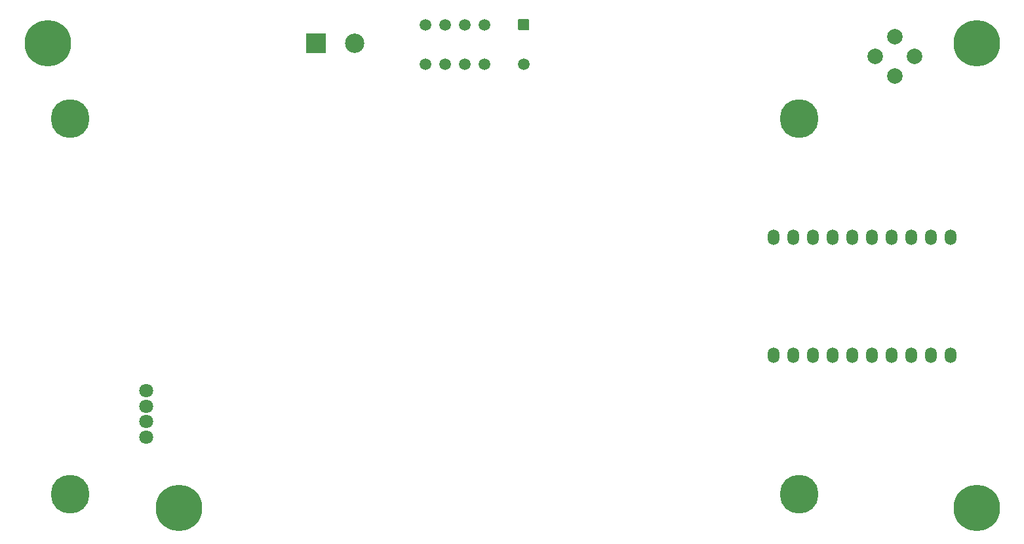
<source format=gbs>
G04 #@! TF.GenerationSoftware,KiCad,Pcbnew,(5.1.10)-1*
G04 #@! TF.CreationDate,2021-10-31T21:23:51-04:00*
G04 #@! TF.ProjectId,Hardware-YurtThermostat,48617264-7761-4726-952d-597572745468,rev?*
G04 #@! TF.SameCoordinates,Original*
G04 #@! TF.FileFunction,Soldermask,Bot*
G04 #@! TF.FilePolarity,Negative*
%FSLAX46Y46*%
G04 Gerber Fmt 4.6, Leading zero omitted, Abs format (unit mm)*
G04 Created by KiCad (PCBNEW (5.1.10)-1) date 2021-10-31 21:23:51*
%MOMM*%
%LPD*%
G01*
G04 APERTURE LIST*
%ADD10C,5.000000*%
%ADD11C,3.400000*%
%ADD12C,6.000000*%
%ADD13C,1.800860*%
%ADD14R,2.500000X2.500000*%
%ADD15C,2.500000*%
%ADD16C,1.500000*%
%ADD17C,2.000000*%
%ADD18O,1.524000X2.000000*%
G04 APERTURE END LIST*
D10*
X97950000Y-113270000D03*
X97950000Y-64730000D03*
X192050000Y-64730000D03*
X192050000Y-113270000D03*
D11*
X215000000Y-115000000D03*
D12*
X215000000Y-115000000D03*
X112000000Y-115000000D03*
D11*
X112000000Y-115000000D03*
X215000000Y-55000000D03*
D12*
X215000000Y-55000000D03*
X95000000Y-55000000D03*
D11*
X95000000Y-55000000D03*
D13*
X107696000Y-105869740D03*
X107696000Y-103868220D03*
X107696000Y-101871780D03*
X107696000Y-99870260D03*
D14*
X129620000Y-55000000D03*
D15*
X134620000Y-55000000D03*
D16*
X156464000Y-57658000D03*
X151384000Y-57658000D03*
X148844000Y-57658000D03*
X146304000Y-57658000D03*
X143764000Y-57658000D03*
X143764000Y-52578000D03*
X146304000Y-52578000D03*
X148844000Y-52578000D03*
X151384000Y-52578000D03*
G36*
G01*
X155964500Y-51828000D02*
X156963500Y-51828000D01*
G75*
G02*
X157214000Y-52078500I0J-250500D01*
G01*
X157214000Y-53077500D01*
G75*
G02*
X156963500Y-53328000I-250500J0D01*
G01*
X155964500Y-53328000D01*
G75*
G02*
X155714000Y-53077500I0J250500D01*
G01*
X155714000Y-52078500D01*
G75*
G02*
X155964500Y-51828000I250500J0D01*
G01*
G37*
D17*
X204450000Y-54100000D03*
X206990000Y-56640000D03*
X201910000Y-56640000D03*
X204450000Y-59180000D03*
D18*
X211594000Y-80021000D03*
X209054000Y-80021000D03*
X206514000Y-80021000D03*
X203974000Y-80021000D03*
X201434000Y-80021000D03*
X198894000Y-80021000D03*
X196354000Y-80021000D03*
X193814000Y-80021000D03*
X191274000Y-80021000D03*
X188734000Y-80021000D03*
X188734000Y-95261000D03*
X191274000Y-95261000D03*
X193814000Y-95261000D03*
X196354000Y-95261000D03*
X198894000Y-95261000D03*
X201434000Y-95261000D03*
X203974000Y-95261000D03*
X206514000Y-95261000D03*
X209054000Y-95261000D03*
X211594000Y-95261000D03*
M02*

</source>
